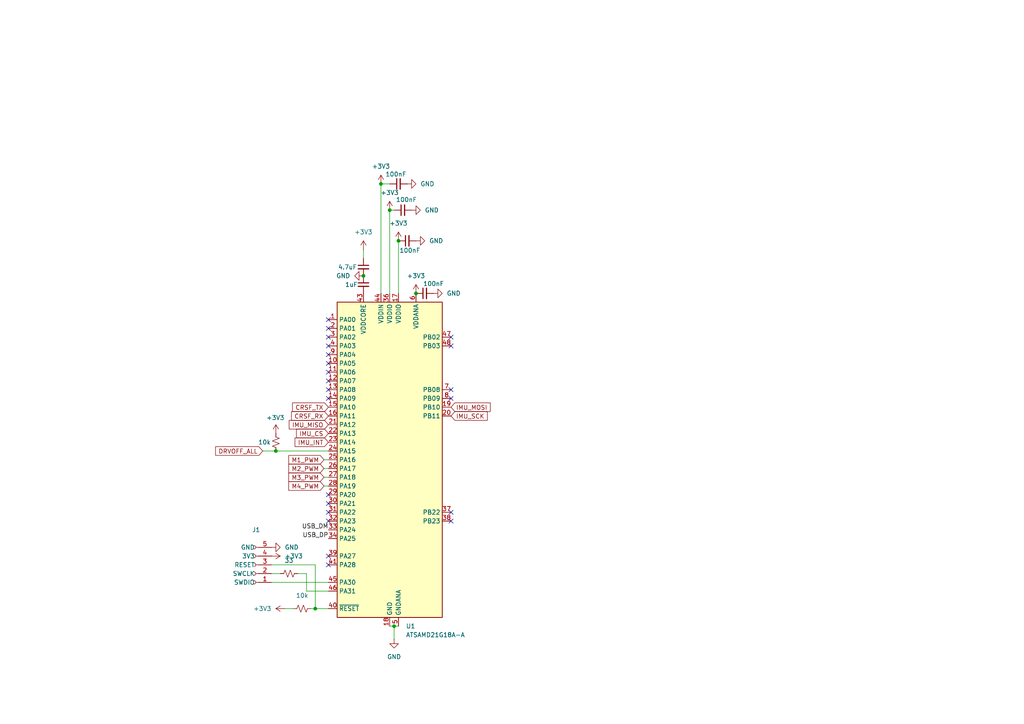
<source format=kicad_sch>
(kicad_sch (version 20250114) (generator "eeschema") (generator_version "9.0")
  (paper "A4")
  (title_block (date "2025-12-23") (rev "v1") (company "NeoDrone") (comment 1 "Made by Dulat Sarbassov") (comment 2 "dulatello08"))
  (lib_symbols
    (symbol "Connector:Conn_01x05_Socket" (pin_names (offset 1.016))
      (property "Reference" "J1" (at -0.635 -10.16 0))
      (symbol "Conn_01x05_Socket_1_1"
        (polyline (pts (xy -1.27 5.08) (xy -0.508 5.08)) (stroke (width 0.1524)))
        (polyline (pts (xy -1.27 2.54) (xy -0.508 2.54)) (stroke (width 0.1524)))
        (polyline (pts (xy -1.27 0) (xy -0.508 0)) (stroke (width 0.1524)))
        (polyline (pts (xy -1.27 -2.54) (xy -0.508 -2.54)) (stroke (width 0.1524)))
        (polyline (pts (xy -1.27 -5.08) (xy -0.508 -5.08)) (stroke (width 0.1524)))
        (arc (start 0 4.572) (mid -0.5058 5.08) (end 0 5.588) (stroke (width 0.1524)))
        (arc (start 0 2.032) (mid -0.5058 2.54) (end 0 3.048) (stroke (width 0.1524)))
        (arc (start 0 -0.508) (mid -0.5058 0) (end 0 0.508) (stroke (width 0.1524)))
        (arc (start 0 -3.048) (mid -0.5058 -2.54) (end 0 -2.032) (stroke (width 0.1524)))
        (arc (start 0 -5.588) (mid -0.5058 -5.08) (end 0 -4.572) (stroke (width 0.1524)))
        (pin passive line (at -5.08 5.08 0) (length 3.81) (name "SWDIO") (number "1"))
        (pin passive line (at -5.08 2.54 0) (length 3.81) (name "SWCLK") (number "2"))
        (pin passive line (at -5.08 0 0) (length 3.81) (name "RESET") (number "3"))
        (pin passive line (at -5.08 -2.54 0) (length 3.81) (name "3V3") (number "4"))
        (pin passive line (at -5.08 -5.08 0) (length 3.81) (name "GND") (number "5"))
      )
    )
    (symbol "Device:C_Small" (pin_numbers (hide yes)) (pin_names (offset 0.254) (hide yes))
      (property "Reference" "C" (at 0.254 1.778 0))
      (property "Value" "C_Small" (at 0.254 -2.032 0))
      (symbol "C_Small_0_1"
        (polyline (pts (xy -1.524 0.508) (xy 1.524 0.508)) (stroke (width 0.3048)))
        (polyline (pts (xy -1.524 -0.508) (xy 1.524 -0.508)) (stroke (width 0.3302)))
      )
      (symbol "C_Small_1_1"
        (pin passive line (at 0 2.54 270) (length 2.032) (name "~") (number "1"))
        (pin passive line (at 0 -2.54 90) (length 2.032) (name "~") (number "2"))
      )
    )
    (symbol "Device:R_Small_US" (pin_numbers (hide yes)) (pin_names (offset 0.254) (hide yes))
      (property "Reference" "R" (at 0.762 0.508 0))
      (property "Value" "R_Small_US" (at 0.762 -1.016 0))
      (symbol "R_Small_US_1_1"
        (polyline (pts (xy 0 1.524) (xy 1.016 1.143) (xy 0 0.762) (xy -1.016 0.381) (xy 0 0)))
        (polyline (pts (xy 0 0) (xy 1.016 -0.381) (xy 0 -0.762) (xy -1.016 -1.143) (xy 0 -1.524)))
        (pin passive line (at 0 2.54 270) (length 1.016) (name "~") (number "1"))
        (pin passive line (at 0 -2.54 90) (length 1.016) (name "~") (number "2"))
      )
    )
    (symbol "MCU_Microchip_SAMD:ATSAMD21G18A-A"
      (property "Reference" "U" (at -13.97 46.99 0))
      (property "Value" "ATSAMD21G18A-A" (at 16.51 46.99 0))
      (symbol "ATSAMD21G18A-A_0_1"
        (rectangle (start -15.24 45.72) (end 15.24 -45.72) (stroke (width 0.254)) (fill (type background)))
      )
      (symbol "ATSAMD21G18A-A_1_1"
        (pin bidirectional line (at -17.78 40.64 0) (length 2.54) (name "PA00") (number "1"))
        (pin bidirectional line (at -17.78 38.1 0) (length 2.54) (name "PA01") (number "2"))
        (pin bidirectional line (at -17.78 35.56 0) (length 2.54) (name "PA02") (number "3"))
        (pin bidirectional line (at -17.78 33.02 0) (length 2.54) (name "PA03") (number "4"))
        (pin bidirectional line (at -17.78 30.48 0) (length 2.54) (name "PA04") (number "9"))
        (pin bidirectional line (at -17.78 27.94 0) (length 2.54) (name "PA05") (number "10"))
        (pin bidirectional line (at -17.78 25.4 0) (length 2.54) (name "PA06") (number "11"))
        (pin bidirectional line (at -17.78 22.86 0) (length 2.54) (name "PA07") (number "12"))
        (pin bidirectional line (at -17.78 20.32 0) (length 2.54) (name "PA08") (number "13"))
        (pin bidirectional line (at -17.78 17.78 0) (length 2.54) (name "PA09") (number "14"))
        (pin bidirectional line (at -17.78 15.24 0) (length 2.54) (name "PA10") (number "15"))
        (pin bidirectional line (at -17.78 12.7 0) (length 2.54) (name "PA11") (number "16"))
        (pin bidirectional line (at -17.78 10.16 0) (length 2.54) (name "PA12") (number "21"))
        (pin bidirectional line (at -17.78 7.62 0) (length 2.54) (name "PA13") (number "22"))
        (pin bidirectional line (at -17.78 5.08 0) (length 2.54) (name "PA14") (number "23"))
        (pin bidirectional line (at -17.78 2.54 0) (length 2.54) (name "PA15") (number "24"))
        (pin bidirectional line (at -17.78 0 0) (length 2.54) (name "PA16") (number "25"))
        (pin bidirectional line (at -17.78 -2.54 0) (length 2.54) (name "PA17") (number "26"))
        (pin bidirectional line (at -17.78 -5.08 0) (length 2.54) (name "PA18") (number "27"))
        (pin bidirectional line (at -17.78 -7.62 0) (length 2.54) (name "PA19") (number "28"))
        (pin bidirectional line (at -17.78 -10.16 0) (length 2.54) (name "PA20") (number "29"))
        (pin bidirectional line (at -17.78 -12.7 0) (length 2.54) (name "PA21") (number "30"))
        (pin bidirectional line (at -17.78 -15.24 0) (length 2.54) (name "PA22") (number "31"))
        (pin bidirectional line (at -17.78 -17.78 0) (length 2.54) (name "PA23") (number "32"))
        (pin bidirectional line (at -17.78 -20.32 0) (length 2.54) (name "PA24") (number "33"))
        (pin bidirectional line (at -17.78 -22.86 0) (length 2.54) (name "PA25") (number "34"))
        (pin bidirectional line (at -17.78 -27.94 0) (length 2.54) (name "PA27") (number "39"))
        (pin bidirectional line (at -17.78 -30.48 0) (length 2.54) (name "PA28") (number "41"))
        (pin bidirectional line (at -17.78 -35.56 0) (length 2.54) (name "PA30") (number "45"))
        (pin bidirectional line (at -17.78 -38.1 0) (length 2.54) (name "PA31") (number "46"))
        (pin input line (at -17.78 -43.18 0) (length 2.54) (name "~{RESET}") (number "40"))
        (pin power_out line (at -7.62 48.26 270) (length 2.54) (name "VDDCORE") (number "43"))
        (pin power_in line (at -2.54 48.26 270) (length 2.54) (name "VDDIN") (number "44"))
        (pin power_in line (at 0 48.26 270) (length 2.54) (name "VDDIO") (number "36"))
        (pin power_in line (at 0 -48.26 90) (length 2.54) (name "GND") (number "18"))
        (pin passive line (at 0 -48.26 90) (length 2.54) (hide yes) (name "GND") (number "35"))
        (pin passive line (at 0 -48.26 90) (length 2.54) (hide yes) (name "GND") (number "42"))
        (pin power_in line (at 2.54 48.26 270) (length 2.54) (name "VDDIO") (number "17"))
        (pin power_in line (at 2.54 -48.26 90) (length 2.54) (name "GNDANA") (number "5"))
        (pin power_in line (at 7.62 48.26 270) (length 2.54) (name "VDDANA") (number "6"))
        (pin bidirectional line (at 17.78 35.56 180) (length 2.54) (name "PB02") (number "47"))
        (pin bidirectional line (at 17.78 33.02 180) (length 2.54) (name "PB03") (number "48"))
        (pin bidirectional line (at 17.78 20.32 180) (length 2.54) (name "PB08") (number "7"))
        (pin bidirectional line (at 17.78 17.78 180) (length 2.54) (name "PB09") (number "8"))
        (pin bidirectional line (at 17.78 15.24 180) (length 2.54) (name "PB10") (number "19"))
        (pin bidirectional line (at 17.78 12.7 180) (length 2.54) (name "PB11") (number "20"))
        (pin bidirectional line (at 17.78 -15.24 180) (length 2.54) (name "PB22") (number "37"))
        (pin bidirectional line (at 17.78 -17.78 180) (length 2.54) (name "PB23") (number "38"))
      )
    )
    (symbol "power:+3V3" (power) (pin_numbers (hide yes)) (pin_names (offset 0) (hide yes))
      (property "Value" "+3V3" (at 0 3.556 0))
      (symbol "+3V3_0_1"
        (polyline (pts (xy -0.762 1.27) (xy 0 2.54)))
        (polyline (pts (xy 0 2.54) (xy 0.762 1.27)))
        (polyline (pts (xy 0 0) (xy 0 2.54)))
      )
      (symbol "+3V3_1_1"
        (pin power_in line (at 0 0 90) (length 0) (name "~") (number "1"))
      )
    )
    (symbol "power:GND" (power) (pin_numbers (hide yes)) (pin_names (offset 0) (hide yes))
      (property "Value" "GND" (at 0 -3.81 0))
      (symbol "GND_0_1"
        (polyline (pts (xy 0 0) (xy 0 -1.27) (xy 1.27 -1.27) (xy 0 -2.54) (xy -1.27 -1.27) (xy 0 -1.27)))
      )
      (symbol "GND_1_1"
        (pin power_in line (at 0 0 270) (length 0) (name "~") (number "1"))
      )
    )
  )
  (junction (at 110.49 53.34))
  (junction (at 80.01 130.81))
  (junction (at 91.44 176.53))
  (junction (at 120.65 85.09))
  (junction (at 113.03 60.96))
  (junction (at 115.57 69.85))
  (junction (at 114.3 181.61))
  (junction (at 105.41 80.01))
  (no_connect (at 95.25 102.87))
  (no_connect (at 130.81 113.03))
  (no_connect (at 95.25 105.41))
  (no_connect (at 95.25 161.29))
  (no_connect (at 130.81 97.79))
  (no_connect (at 95.25 97.79))
  (no_connect (at 130.81 148.59))
  (no_connect (at 95.25 143.51))
  (no_connect (at 95.25 100.33))
  (no_connect (at 95.25 151.13))
  (no_connect (at 95.25 107.95))
  (no_connect (at 95.25 163.83))
  (no_connect (at 95.25 115.57))
  (no_connect (at 95.25 146.05))
  (no_connect (at 130.81 151.13))
  (no_connect (at 130.81 115.57))
  (no_connect (at 95.25 110.49))
  (no_connect (at 95.25 148.59))
  (no_connect (at 95.25 92.71))
  (no_connect (at 95.25 113.03))
  (no_connect (at 130.81 100.33))
  (no_connect (at 95.25 95.25))
  (wire (pts (xy 78.74 163.83) (xy 91.44 163.83)))
  (wire (pts (xy 88.9 166.37) (xy 88.9 171.45)))
  (wire (pts (xy 80.01 130.81) (xy 95.25 130.81)))
  (wire (pts (xy 115.57 181.61) (xy 114.3 181.61)))
  (wire (pts (xy 93.98 133.35) (xy 95.25 133.35)))
  (wire (pts (xy 93.98 140.97) (xy 95.25 140.97)))
  (wire (pts (xy 78.74 168.91) (xy 95.25 168.91)))
  (wire (pts (xy 114.3 185.42) (xy 114.3 181.61)))
  (wire (pts (xy 115.57 69.85) (xy 115.57 85.09)))
  (wire (pts (xy 91.44 163.83) (xy 91.44 176.53)))
  (wire (pts (xy 91.44 176.53) (xy 95.25 176.53)))
  (wire (pts (xy 110.49 53.34) (xy 113.03 53.34)))
  (wire (pts (xy 90.17 176.53) (xy 91.44 176.53)))
  (wire (pts (xy 105.41 72.39) (xy 105.41 74.93)))
  (wire (pts (xy 93.98 135.89) (xy 95.25 135.89)))
  (wire (pts (xy 78.74 166.37) (xy 81.28 166.37)))
  (wire (pts (xy 86.36 166.37) (xy 88.9 166.37)))
  (wire (pts (xy 93.98 138.43) (xy 95.25 138.43)))
  (wire (pts (xy 113.03 60.96) (xy 113.03 85.09)))
  (wire (pts (xy 113.03 181.61) (xy 114.3 181.61)))
  (wire (pts (xy 82.55 176.53) (xy 85.09 176.53)))
  (wire (pts (xy 110.49 53.34) (xy 110.49 85.09)))
  (wire (pts (xy 88.9 171.45) (xy 95.25 171.45)))
  (wire (pts (xy 113.03 60.96) (xy 114.3 60.96)))
  (wire (pts (xy 76.2 130.81) (xy 80.01 130.81)))
  (label "USB_DP" (at 95.25 156.21 180))
  (label "USB_DM" (at 95.25 153.67 180))
  (global_label "M1_PWM" (shape input) (at 93.98 133.35 180) (property "Intersheetrefs" "${INTERSHEET_REFS}" (effects (hide yes))))
  (global_label "CRSF_RX" (shape input) (at 95.25 120.65 180) (property "Intersheetrefs" "${INTERSHEET_REFS}" (effects (hide yes))))
  (global_label "IMU_SCK" (shape input) (at 130.81 120.65 0) (property "Intersheetrefs" "${INTERSHEET_REFS}" (effects (hide yes))))
  (global_label "IMU_MOSI" (shape input) (at 130.81 118.11 0) (property "Intersheetrefs" "${INTERSHEET_REFS}" (effects (hide yes))))
  (global_label "IMU_INT" (shape input) (at 95.25 128.27 180) (property "Intersheetrefs" "${INTERSHEET_REFS}" (effects (hide yes))))
  (global_label "IMU_CS" (shape input) (at 95.25 125.73 180) (property "Intersheetrefs" "${INTERSHEET_REFS}" (effects (hide yes))))
  (global_label "IMU_MISO" (shape input) (at 95.25 123.19 180) (property "Intersheetrefs" "${INTERSHEET_REFS}" (effects (hide yes))))
  (global_label "M2_PWM" (shape input) (at 93.98 135.89 180) (property "Intersheetrefs" "${INTERSHEET_REFS}" (effects (hide yes))))
  (global_label "CRSF_TX" (shape input) (at 95.25 118.11 180) (property "Intersheetrefs" "${INTERSHEET_REFS}" (effects (hide yes))))
  (global_label "DRVOFF_ALL" (shape input) (at 76.2 130.81 180) (property "Intersheetrefs" "${INTERSHEET_REFS}" (effects (hide yes))))
  (global_label "M4_PWM" (shape input) (at 93.98 140.97 180) (property "Intersheetrefs" "${INTERSHEET_REFS}" (effects (hide yes))))
  (global_label "M3_PWM" (shape input) (at 93.98 138.43 180) (property "Intersheetrefs" "${INTERSHEET_REFS}" (effects (hide yes))))
  (symbol (lib_id "power:GND") (at 120.65 69.85 90) (unit 1)
    (property "Reference" "#PWR06" (effects (hide yes)))
    (property "Value" "GND" (at 124.46 69.8499 90) (effects (justify right)))
    (property "Description" "Power symbol creates a global label with name \"GND\" , ground" (effects (hide yes)))
  )
  (symbol (lib_id "power:GND") (at 114.3 185.42 0) (unit 1)
    (property "Reference" "#PWR02" (effects (hide yes)))
    (property "Value" "GND" (at 114.3 190.5 0))
    (property "Description" "Power symbol creates a global label with name \"GND\" , ground" (effects (hide yes)))
  )
  (symbol (lib_id "Device:R_Small_US") (at 83.82 166.37 90) (unit 1)
    (property "Reference" "R2" (effects (hide yes)))
    (property "Value" "33" (at 83.82 162.56 90))
    (property "Footprint" "Resistor_SMD:R_0402_1005Metric_Pad0.72x0.64mm_HandSolder" (effects (hide yes)))
  )
  (symbol (lib_id "power:+3V3") (at 113.03 60.96 0) (unit 1)
    (property "Reference" "#PWR019" (effects (hide yes)))
    (property "Value" "+3V3" (at 113.03 55.88 0))
    (property "Description" "Power symbol creates a global label with name \"+3V3\"" (effects (hide yes)))
  )
  (symbol (lib_id "MCU_Microchip_SAMD:ATSAMD21G18A-A") (at 113.03 133.35 0) (unit 1)
    (property "Reference" "U1" (at 117.7133 181.61 0) (effects (justify left)))
    (property "Value" "ATSAMD21G18A-A" (at 117.7133 184.15 0) (effects (justify left)))
    (property "Footprint" "Package_QFP:TQFP-48_7x7mm_P0.5mm" (effects (hide yes)))
    (property "Datasheet" "http://ww1.microchip.com/downloads/en/DeviceDoc/SAM_D21_DA1_Family_Data%20Sheet_DS40001882E.pdf" (effects (hide yes)))
    (property "Description" "SAM D21 Microchip SMART ARM-based Flash MCU, 48Mhz, 256K Flash, 32K SRAM, TQFP-48" (effects (hide yes)))
  )
  (symbol (lib_id "power:+3V3") (at 115.57 69.85 0) (unit 1)
    (property "Reference" "#PWR020" (effects (hide yes)))
    (property "Value" "+3V3" (at 115.57 64.77 0))
    (property "Description" "Power symbol creates a global label with name \"+3V3\"" (effects (hide yes)))
  )
  (symbol (lib_id "power:+3V3") (at 82.55 176.53 90) (unit 1)
    (property "Reference" "#PWR08" (effects (hide yes)))
    (property "Value" "+3V3" (at 78.74 176.53 90) (effects (justify left)))
    (property "Description" "Power symbol creates a global label with name \"+3V3\"" (effects (hide yes)))
  )
  (symbol (lib_id "power:+3V3") (at 78.74 161.29 270) (unit 1)
    (property "Reference" "#PWR09" (effects (hide yes)))
    (property "Value" "+3V3" (at 82.55 161.29 90) (effects (justify left)))
    (property "Description" "Power symbol creates a global label with name \"+3V3\"" (effects (hide yes)))
  )
  (symbol (lib_id "power:GND") (at 105.41 80.01 270) (unit 1)
    (property "Reference" "#PWR03" (effects (hide yes)))
    (property "Value" "GND" (at 101.6 80.0099 90) (effects (justify right)))
    (property "Description" "Power symbol creates a global label with name \"GND\" , ground" (effects (hide yes)))
  )
  (symbol (lib_id "power:+3V3") (at 120.65 85.09 0) (unit 1)
    (property "Reference" "#PWR021" (effects (hide yes)))
    (property "Value" "+3V3" (at 120.65 80.01 0))
    (property "Description" "Power symbol creates a global label with name \"+3V3\"" (effects (hide yes)))
  )
  (symbol (lib_id "power:GND") (at 118.11 53.34 90) (unit 1)
    (property "Reference" "#PWR04" (effects (hide yes)))
    (property "Value" "GND" (at 121.92 53.3399 90) (effects (justify right)))
    (property "Description" "Power symbol creates a global label with name \"GND\" , ground" (effects (hide yes)))
  )
  (symbol (lib_id "Device:R_Small_US") (at 80.01 128.27 180) (unit 1)
    (property "Reference" "R4" (effects (hide yes)))
    (property "Value" "10k" (at 76.708 128.27 0))
    (property "Footprint" "Resistor_SMD:R_0402_1005Metric_Pad0.72x0.64mm_HandSolder" (effects (hide yes)))
  )
  (symbol (lib_id "power:GND") (at 125.73 85.09 90) (unit 1)
    (property "Reference" "#PWR07" (effects (hide yes)))
    (property "Value" "GND" (at 129.54 85.0899 90) (effects (justify right)))
    (property "Description" "Power symbol creates a global label with name \"GND\" , ground" (effects (hide yes)))
  )
  (symbol (lib_id "Device:C_Small") (at 105.41 82.55 0) (unit 1)
    (property "Reference" "C1" (effects (hide yes)))
    (property "Value" "1uF" (at 100.076 82.55 0) (effects (justify left)))
    (property "Footprint" "Capacitor_SMD:C_0603_1608Metric_Pad1.08x0.95mm_HandSolder" (effects (hide yes)))
    (property "Description" "Unpolarized capacitor, small symbol" (effects (hide yes)))
  )
  (symbol (lib_id "Connector:Conn_01x05_Socket") (at 73.66 163.83 180) (unit 1)
    (property "Reference" "J1" (at 74.295 153.67 0))
    (property "Value" "Conn_01x05_Socket" (effects (hide yes)))
    (property "Footprint" "Connector_PinSocket_1.00mm:PinSocket_1x05_P1.00mm_Vertical_SMD_Pin1Left" (effects (hide yes)))
    (property "Description" "Generic connector, single row, 01x05, script generated" (effects (hide yes)))
  )
  (symbol (lib_id "power:GND") (at 78.74 158.75 90) (unit 1)
    (property "Reference" "#PWR010" (effects (hide yes)))
    (property "Value" "GND" (at 82.55 158.7499 90) (effects (justify right)))
    (property "Description" "Power symbol creates a global label with name \"GND\" , ground" (effects (hide yes)))
  )
  (symbol (lib_id "Device:C_Small") (at 116.84 60.96 90) (unit 1)
    (property "Reference" "C2" (effects (hide yes)))
    (property "Value" "100nF" (at 120.904 57.912 90) (effects (justify left)))
    (property "Footprint" "Capacitor_SMD:C_0603_1608Metric_Pad1.08x0.95mm_HandSolder" (effects (hide yes)))
    (property "Description" "Unpolarized capacitor, small symbol" (effects (hide yes)))
  )
  (symbol (lib_id "Device:R_Small_US") (at 87.63 176.53 90) (unit 1)
    (property "Reference" "R1" (effects (hide yes)))
    (property "Value" "10k" (at 87.63 172.72 90))
    (property "Footprint" "Resistor_SMD:R_0402_1005Metric_Pad0.72x0.64mm_HandSolder" (effects (hide yes)))
  )
  (symbol (lib_id "power:+3V3") (at 105.41 72.39 0) (unit 1)
    (property "Reference" "#PWR01" (effects (hide yes)))
    (property "Value" "+3V3" (at 105.41 67.31 0))
    (property "Description" "Power symbol creates a global label with name \"+3V3\"" (effects (hide yes)))
  )
  (symbol (lib_id "power:+3V3") (at 80.01 125.73 0) (unit 1)
    (property "Reference" "#PWR012" (effects (hide yes)))
    (property "Value" "+3V3" (at 77.216 121.158 0) (effects (justify left)))
    (property "Description" "Power symbol creates a global label with name \"+3V3\"" (effects (hide yes)))
  )
  (symbol (lib_id "Device:C_Small") (at 105.41 77.47 0) (unit 1)
    (property "Reference" "C6" (effects (hide yes)))
    (property "Value" "4.7uF" (at 98.044 77.47 0) (effects (justify left)))
    (property "Footprint" "Capacitor_SMD:C_0603_1608Metric_Pad1.08x0.95mm_HandSolder" (effects (hide yes)))
    (property "Description" "Unpolarized capacitor, small symbol" (effects (hide yes)))
  )
  (symbol (lib_id "power:GND") (at 119.38 60.96 90) (unit 1)
    (property "Reference" "#PWR05" (effects (hide yes)))
    (property "Value" "GND" (at 123.19 60.9599 90) (effects (justify right)))
    (property "Description" "Power symbol creates a global label with name \"GND\" , ground" (effects (hide yes)))
  )
  (symbol (lib_id "power:+3V3") (at 110.49 53.34 0) (unit 1)
    (property "Reference" "#PWR018" (effects (hide yes)))
    (property "Value" "+3V3" (at 110.49 48.26 0))
    (property "Description" "Power symbol creates a global label with name \"+3V3\"" (effects (hide yes)))
  )
  (symbol (lib_id "Device:C_Small") (at 118.11 69.85 90) (unit 1)
    (property "Reference" "C4" (effects (hide yes)))
    (property "Value" "100nF" (at 121.92 72.644 90) (effects (justify left)))
    (property "Footprint" "Capacitor_SMD:C_0603_1608Metric_Pad1.08x0.95mm_HandSolder" (effects (hide yes)))
    (property "Description" "Unpolarized capacitor, small symbol" (effects (hide yes)))
  )
  (symbol (lib_id "Device:C_Small") (at 115.57 53.34 90) (unit 1)
    (property "Reference" "C3" (effects (hide yes)))
    (property "Value" "100nF" (at 117.856 50.546 90) (effects (justify left)))
    (property "Footprint" "Capacitor_SMD:C_0603_1608Metric_Pad1.08x0.95mm_HandSolder" (effects (hide yes)))
    (property "Description" "Unpolarized capacitor, small symbol" (effects (hide yes)))
  )
  (symbol (lib_id "Device:C_Small") (at 123.19 85.09 90) (unit 1)
    (property "Reference" "C5" (effects (hide yes)))
    (property "Value" "100nF" (at 128.778 82.296 90) (effects (justify left)))
    (property "Footprint" "Capacitor_SMD:C_0603_1608Metric_Pad1.08x0.95mm_HandSolder" (effects (hide yes)))
    (property "Description" "Unpolarized capacitor, small symbol" (effects (hide yes)))
  )
)
</source>
